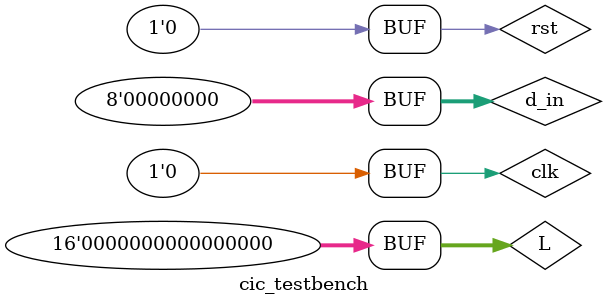
<source format=v>
`timescale 1ns / 1ps


module cic_testbench;

	// Inputs
	reg clk;
	reg rst;
	reg [15:0] L;
	reg [7:0] d_in;

	// Outputs
	wire [7:0] d_out;

	// Instantiate the Unit Under Test (UUT)
	CIC uut (
		.clk(clk), 
		.rst(rst), 
		.L(L), 
		.d_in(d_in), 
		.d_out(d_out)
	);

	initial begin
		// Initialize Inputs
		clk = 0;
		rst = 0;
		L = 0;
		d_in = 0;

		// Wait 100 ns for global reset to finish
		#100;
        
		// Add stimulus here

	end
      
endmodule


</source>
